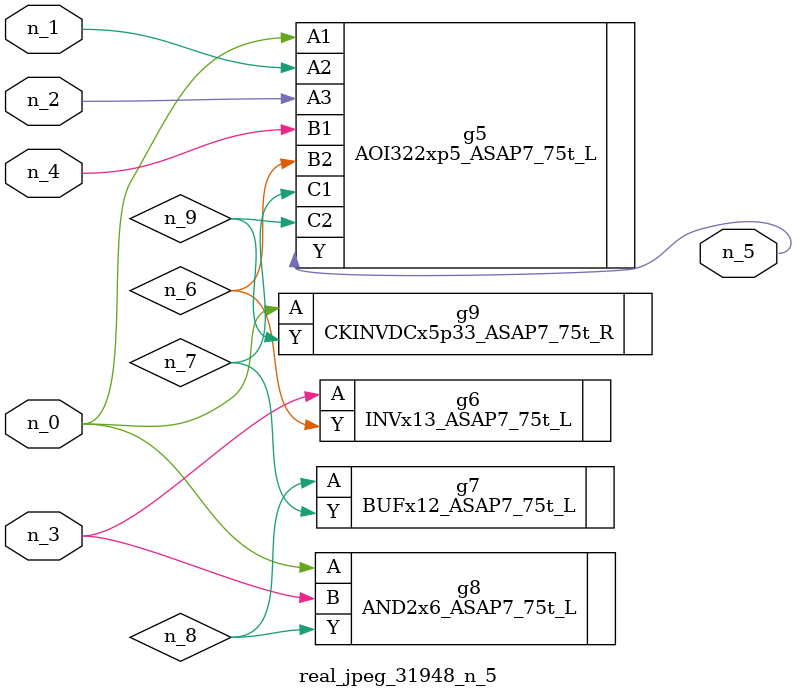
<source format=v>
module real_jpeg_31948_n_5 (n_4, n_0, n_1, n_2, n_3, n_5);

input n_4;
input n_0;
input n_1;
input n_2;
input n_3;

output n_5;

wire n_8;
wire n_6;
wire n_7;
wire n_9;

AOI322xp5_ASAP7_75t_L g5 ( 
.A1(n_0),
.A2(n_1),
.A3(n_2),
.B1(n_4),
.B2(n_6),
.C1(n_7),
.C2(n_9),
.Y(n_5)
);

AND2x6_ASAP7_75t_L g8 ( 
.A(n_0),
.B(n_3),
.Y(n_8)
);

CKINVDCx5p33_ASAP7_75t_R g9 ( 
.A(n_0),
.Y(n_9)
);

INVx13_ASAP7_75t_L g6 ( 
.A(n_3),
.Y(n_6)
);

BUFx12_ASAP7_75t_L g7 ( 
.A(n_8),
.Y(n_7)
);


endmodule
</source>
